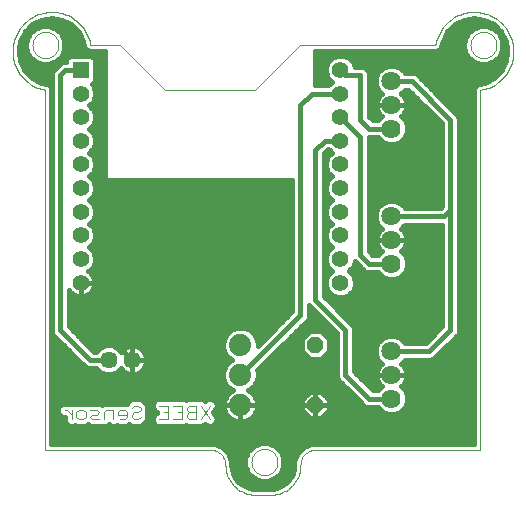
<source format=gbl>
G75*
G70*
%OFA0B0*%
%FSLAX24Y24*%
%IPPOS*%
%LPD*%
%AMOC8*
5,1,8,0,0,1.08239X$1,22.5*
%
%ADD10C,0.0040*%
%ADD11C,0.0000*%
%ADD12C,0.0560*%
%ADD13R,0.0560X0.0560*%
%ADD14OC8,0.0520*%
%ADD15C,0.0640*%
%ADD16C,0.0570*%
%ADD17C,0.0740*%
%ADD18C,0.0160*%
%ADD19C,0.0356*%
D10*
X002556Y003200D02*
X002556Y003507D01*
X002403Y003507D02*
X002556Y003353D01*
X002710Y003277D02*
X002710Y003430D01*
X002786Y003507D01*
X002940Y003507D01*
X003016Y003430D01*
X003016Y003277D01*
X002940Y003200D01*
X002786Y003200D01*
X002710Y003277D01*
X002403Y003507D02*
X002326Y003507D01*
X003170Y003507D02*
X003400Y003507D01*
X003477Y003430D01*
X003400Y003353D01*
X003247Y003353D01*
X003170Y003277D01*
X003247Y003200D01*
X003477Y003200D01*
X003630Y003200D02*
X003630Y003430D01*
X003707Y003507D01*
X003937Y003507D01*
X003937Y003200D01*
X004091Y003353D02*
X004398Y003353D01*
X004398Y003277D02*
X004398Y003430D01*
X004321Y003507D01*
X004167Y003507D01*
X004091Y003430D01*
X004091Y003353D01*
X004167Y003200D02*
X004321Y003200D01*
X004398Y003277D01*
X004551Y003277D02*
X004628Y003200D01*
X004781Y003200D01*
X004858Y003277D01*
X004781Y003430D02*
X004628Y003430D01*
X004551Y003353D01*
X004551Y003277D01*
X004781Y003430D02*
X004858Y003507D01*
X004858Y003584D01*
X004781Y003660D01*
X004628Y003660D01*
X004551Y003584D01*
X005472Y003660D02*
X005779Y003660D01*
X005779Y003200D01*
X005472Y003200D01*
X005625Y003430D02*
X005779Y003430D01*
X005932Y003200D02*
X006239Y003200D01*
X006239Y003660D01*
X005932Y003660D01*
X006086Y003430D02*
X006239Y003430D01*
X006393Y003353D02*
X006393Y003277D01*
X006469Y003200D01*
X006700Y003200D01*
X006700Y003660D01*
X006469Y003660D01*
X006393Y003584D01*
X006393Y003507D01*
X006469Y003430D01*
X006700Y003430D01*
X006469Y003430D02*
X006393Y003353D01*
X006853Y003200D02*
X007160Y003660D01*
X006853Y003660D02*
X007160Y003200D01*
D11*
X001680Y002180D02*
X001680Y014180D01*
X001680Y014181D02*
X001609Y014194D01*
X001540Y014212D01*
X001471Y014233D01*
X001404Y014257D01*
X001338Y014286D01*
X001274Y014318D01*
X001211Y014353D01*
X001151Y014392D01*
X001093Y014434D01*
X001037Y014480D01*
X000984Y014528D01*
X000934Y014579D01*
X000886Y014633D01*
X000842Y014689D01*
X000801Y014747D01*
X000762Y014808D01*
X000728Y014871D01*
X000697Y014936D01*
X000669Y015002D01*
X000645Y015069D01*
X000625Y015138D01*
X000609Y015208D01*
X000596Y015279D01*
X000588Y015350D01*
X000583Y015422D01*
X000582Y015493D01*
X000585Y015565D01*
X000592Y015636D01*
X000604Y015707D01*
X000618Y015777D01*
X000637Y015847D01*
X000660Y015915D01*
X000686Y015981D01*
X000716Y016047D01*
X000749Y016110D01*
X000786Y016172D01*
X000826Y016231D01*
X000869Y016288D01*
X000916Y016343D01*
X000965Y016395D01*
X001017Y016444D01*
X001072Y016491D01*
X001129Y016534D01*
X001188Y016574D01*
X001250Y016611D01*
X001313Y016644D01*
X001379Y016674D01*
X001445Y016700D01*
X001513Y016723D01*
X001583Y016742D01*
X001653Y016756D01*
X001724Y016768D01*
X001795Y016775D01*
X001867Y016778D01*
X001938Y016777D01*
X002010Y016772D01*
X002081Y016764D01*
X002152Y016751D01*
X002222Y016735D01*
X002291Y016715D01*
X002358Y016691D01*
X002424Y016663D01*
X002489Y016632D01*
X002552Y016598D01*
X002613Y016559D01*
X002671Y016518D01*
X002727Y016474D01*
X002781Y016426D01*
X002832Y016376D01*
X002880Y016323D01*
X002926Y016267D01*
X002968Y016209D01*
X003007Y016149D01*
X003042Y016086D01*
X003074Y016022D01*
X003103Y015956D01*
X003127Y015889D01*
X003148Y015820D01*
X003166Y015751D01*
X003179Y015680D01*
X003180Y015680D02*
X004180Y015680D01*
X005680Y014180D01*
X008680Y014180D01*
X010180Y015680D01*
X014680Y015680D01*
X014681Y015680D02*
X014694Y015751D01*
X014712Y015820D01*
X014733Y015889D01*
X014757Y015956D01*
X014786Y016022D01*
X014818Y016086D01*
X014853Y016149D01*
X014892Y016209D01*
X014934Y016267D01*
X014980Y016323D01*
X015028Y016376D01*
X015079Y016426D01*
X015133Y016474D01*
X015189Y016518D01*
X015247Y016559D01*
X015308Y016598D01*
X015371Y016632D01*
X015436Y016663D01*
X015502Y016691D01*
X015569Y016715D01*
X015638Y016735D01*
X015708Y016751D01*
X015779Y016764D01*
X015850Y016772D01*
X015922Y016777D01*
X015993Y016778D01*
X016065Y016775D01*
X016136Y016768D01*
X016207Y016756D01*
X016277Y016742D01*
X016347Y016723D01*
X016415Y016700D01*
X016481Y016674D01*
X016547Y016644D01*
X016610Y016611D01*
X016672Y016574D01*
X016731Y016534D01*
X016788Y016491D01*
X016843Y016444D01*
X016895Y016395D01*
X016944Y016343D01*
X016991Y016288D01*
X017034Y016231D01*
X017074Y016172D01*
X017111Y016110D01*
X017144Y016047D01*
X017174Y015981D01*
X017200Y015915D01*
X017223Y015847D01*
X017242Y015777D01*
X017256Y015707D01*
X017268Y015636D01*
X017275Y015565D01*
X017278Y015493D01*
X017277Y015422D01*
X017272Y015350D01*
X017264Y015279D01*
X017251Y015208D01*
X017235Y015138D01*
X017215Y015069D01*
X017191Y015002D01*
X017163Y014936D01*
X017132Y014871D01*
X017098Y014808D01*
X017059Y014747D01*
X017018Y014689D01*
X016974Y014633D01*
X016926Y014579D01*
X016876Y014528D01*
X016823Y014480D01*
X016767Y014434D01*
X016709Y014392D01*
X016649Y014353D01*
X016586Y014318D01*
X016522Y014286D01*
X016456Y014257D01*
X016389Y014233D01*
X016320Y014212D01*
X016251Y014194D01*
X016180Y014181D01*
X016180Y014180D02*
X016180Y002180D01*
X010680Y002180D01*
X010636Y002178D01*
X010593Y002172D01*
X010551Y002163D01*
X010509Y002150D01*
X010469Y002133D01*
X010430Y002113D01*
X010393Y002090D01*
X010359Y002063D01*
X010326Y002034D01*
X010297Y002001D01*
X010270Y001967D01*
X010247Y001930D01*
X010227Y001891D01*
X010210Y001851D01*
X010197Y001809D01*
X010188Y001767D01*
X010182Y001724D01*
X010180Y001680D01*
X010178Y001620D01*
X010173Y001559D01*
X010164Y001500D01*
X010151Y001441D01*
X010135Y001382D01*
X010115Y001325D01*
X010092Y001270D01*
X010065Y001215D01*
X010036Y001163D01*
X010003Y001112D01*
X009967Y001063D01*
X009929Y001017D01*
X009887Y000973D01*
X009843Y000931D01*
X009797Y000893D01*
X009748Y000857D01*
X009697Y000824D01*
X009645Y000795D01*
X009590Y000768D01*
X009535Y000745D01*
X009478Y000725D01*
X009419Y000709D01*
X009360Y000696D01*
X009301Y000687D01*
X009240Y000682D01*
X009180Y000680D01*
X008680Y000680D01*
X008620Y000682D01*
X008559Y000687D01*
X008500Y000696D01*
X008441Y000709D01*
X008382Y000725D01*
X008325Y000745D01*
X008270Y000768D01*
X008215Y000795D01*
X008163Y000824D01*
X008112Y000857D01*
X008063Y000893D01*
X008017Y000931D01*
X007973Y000973D01*
X007931Y001017D01*
X007893Y001063D01*
X007857Y001112D01*
X007824Y001163D01*
X007795Y001215D01*
X007768Y001270D01*
X007745Y001325D01*
X007725Y001382D01*
X007709Y001441D01*
X007696Y001500D01*
X007687Y001559D01*
X007682Y001620D01*
X007680Y001680D01*
X007678Y001724D01*
X007672Y001767D01*
X007663Y001809D01*
X007650Y001851D01*
X007633Y001891D01*
X007613Y001930D01*
X007590Y001967D01*
X007563Y002001D01*
X007534Y002034D01*
X007501Y002063D01*
X007467Y002090D01*
X007430Y002113D01*
X007391Y002133D01*
X007351Y002150D01*
X007309Y002163D01*
X007267Y002172D01*
X007224Y002178D01*
X007180Y002180D01*
X001680Y002180D01*
X008547Y001780D02*
X008549Y001821D01*
X008555Y001862D01*
X008565Y001902D01*
X008578Y001941D01*
X008595Y001978D01*
X008616Y002014D01*
X008640Y002048D01*
X008667Y002079D01*
X008696Y002107D01*
X008729Y002133D01*
X008763Y002155D01*
X008800Y002174D01*
X008838Y002189D01*
X008878Y002201D01*
X008918Y002209D01*
X008959Y002213D01*
X009001Y002213D01*
X009042Y002209D01*
X009082Y002201D01*
X009122Y002189D01*
X009160Y002174D01*
X009196Y002155D01*
X009231Y002133D01*
X009264Y002107D01*
X009293Y002079D01*
X009320Y002048D01*
X009344Y002014D01*
X009365Y001978D01*
X009382Y001941D01*
X009395Y001902D01*
X009405Y001862D01*
X009411Y001821D01*
X009413Y001780D01*
X009411Y001739D01*
X009405Y001698D01*
X009395Y001658D01*
X009382Y001619D01*
X009365Y001582D01*
X009344Y001546D01*
X009320Y001512D01*
X009293Y001481D01*
X009264Y001453D01*
X009231Y001427D01*
X009197Y001405D01*
X009160Y001386D01*
X009122Y001371D01*
X009082Y001359D01*
X009042Y001351D01*
X009001Y001347D01*
X008959Y001347D01*
X008918Y001351D01*
X008878Y001359D01*
X008838Y001371D01*
X008800Y001386D01*
X008764Y001405D01*
X008729Y001427D01*
X008696Y001453D01*
X008667Y001481D01*
X008640Y001512D01*
X008616Y001546D01*
X008595Y001582D01*
X008578Y001619D01*
X008565Y001658D01*
X008555Y001698D01*
X008549Y001739D01*
X008547Y001780D01*
X001247Y015680D02*
X001249Y015721D01*
X001255Y015762D01*
X001265Y015802D01*
X001278Y015841D01*
X001295Y015878D01*
X001316Y015914D01*
X001340Y015948D01*
X001367Y015979D01*
X001396Y016007D01*
X001429Y016033D01*
X001463Y016055D01*
X001500Y016074D01*
X001538Y016089D01*
X001578Y016101D01*
X001618Y016109D01*
X001659Y016113D01*
X001701Y016113D01*
X001742Y016109D01*
X001782Y016101D01*
X001822Y016089D01*
X001860Y016074D01*
X001896Y016055D01*
X001931Y016033D01*
X001964Y016007D01*
X001993Y015979D01*
X002020Y015948D01*
X002044Y015914D01*
X002065Y015878D01*
X002082Y015841D01*
X002095Y015802D01*
X002105Y015762D01*
X002111Y015721D01*
X002113Y015680D01*
X002111Y015639D01*
X002105Y015598D01*
X002095Y015558D01*
X002082Y015519D01*
X002065Y015482D01*
X002044Y015446D01*
X002020Y015412D01*
X001993Y015381D01*
X001964Y015353D01*
X001931Y015327D01*
X001897Y015305D01*
X001860Y015286D01*
X001822Y015271D01*
X001782Y015259D01*
X001742Y015251D01*
X001701Y015247D01*
X001659Y015247D01*
X001618Y015251D01*
X001578Y015259D01*
X001538Y015271D01*
X001500Y015286D01*
X001464Y015305D01*
X001429Y015327D01*
X001396Y015353D01*
X001367Y015381D01*
X001340Y015412D01*
X001316Y015446D01*
X001295Y015482D01*
X001278Y015519D01*
X001265Y015558D01*
X001255Y015598D01*
X001249Y015639D01*
X001247Y015680D01*
X015847Y015680D02*
X015849Y015721D01*
X015855Y015762D01*
X015865Y015802D01*
X015878Y015841D01*
X015895Y015878D01*
X015916Y015914D01*
X015940Y015948D01*
X015967Y015979D01*
X015996Y016007D01*
X016029Y016033D01*
X016063Y016055D01*
X016100Y016074D01*
X016138Y016089D01*
X016178Y016101D01*
X016218Y016109D01*
X016259Y016113D01*
X016301Y016113D01*
X016342Y016109D01*
X016382Y016101D01*
X016422Y016089D01*
X016460Y016074D01*
X016496Y016055D01*
X016531Y016033D01*
X016564Y016007D01*
X016593Y015979D01*
X016620Y015948D01*
X016644Y015914D01*
X016665Y015878D01*
X016682Y015841D01*
X016695Y015802D01*
X016705Y015762D01*
X016711Y015721D01*
X016713Y015680D01*
X016711Y015639D01*
X016705Y015598D01*
X016695Y015558D01*
X016682Y015519D01*
X016665Y015482D01*
X016644Y015446D01*
X016620Y015412D01*
X016593Y015381D01*
X016564Y015353D01*
X016531Y015327D01*
X016497Y015305D01*
X016460Y015286D01*
X016422Y015271D01*
X016382Y015259D01*
X016342Y015251D01*
X016301Y015247D01*
X016259Y015247D01*
X016218Y015251D01*
X016178Y015259D01*
X016138Y015271D01*
X016100Y015286D01*
X016064Y015305D01*
X016029Y015327D01*
X015996Y015353D01*
X015967Y015381D01*
X015940Y015412D01*
X015916Y015446D01*
X015895Y015482D01*
X015878Y015519D01*
X015865Y015558D01*
X015855Y015598D01*
X015849Y015639D01*
X015847Y015680D01*
D12*
X011511Y014845D03*
X011511Y014058D03*
X011511Y013271D03*
X011511Y012483D03*
X011511Y011696D03*
X011511Y010908D03*
X011511Y010121D03*
X011511Y009334D03*
X011511Y008546D03*
X011511Y007759D03*
X002849Y007759D03*
X002849Y008546D03*
X002849Y009334D03*
X002849Y010121D03*
X002849Y010908D03*
X002849Y011696D03*
X002849Y012483D03*
X002849Y013271D03*
X002849Y014058D03*
D13*
X002849Y014845D03*
D14*
X010680Y005680D03*
X010680Y003680D03*
D15*
X013211Y003893D03*
X013211Y004680D03*
X013211Y005467D03*
X013211Y008393D03*
X013211Y009180D03*
X013211Y009967D03*
X013211Y012893D03*
X013211Y013680D03*
X013211Y014467D03*
D16*
X004574Y005180D03*
X003786Y005180D03*
D17*
X008180Y004680D03*
X008180Y003680D03*
X008180Y005680D03*
D18*
X007836Y006143D02*
X002613Y006143D01*
X002460Y006296D02*
X002460Y007512D01*
X002498Y007459D01*
X002550Y007408D01*
X002608Y007365D01*
X002673Y007332D01*
X002742Y007310D01*
X002813Y007299D01*
X002849Y007299D01*
X002849Y007759D01*
X002849Y006904D01*
X004574Y005180D01*
X005039Y005180D01*
X005039Y005217D01*
X005027Y005289D01*
X005005Y005358D01*
X004971Y005424D01*
X004928Y005483D01*
X004877Y005535D01*
X004817Y005578D01*
X004752Y005611D01*
X004683Y005634D01*
X004610Y005645D01*
X004574Y005645D01*
X004574Y005180D01*
X004574Y005180D01*
X005039Y005180D01*
X005039Y005143D01*
X005027Y005071D01*
X005005Y005002D01*
X004971Y004936D01*
X004928Y004877D01*
X004877Y004825D01*
X004817Y004782D01*
X004752Y004749D01*
X004683Y004726D01*
X004610Y004715D01*
X004574Y004715D01*
X004574Y005180D01*
X004574Y005180D01*
X004574Y005180D01*
X004574Y005645D01*
X004537Y005645D01*
X004465Y005634D01*
X004395Y005611D01*
X004330Y005578D01*
X004271Y005535D01*
X004219Y005483D01*
X004198Y005454D01*
X004197Y005455D01*
X004061Y005591D01*
X003883Y005665D01*
X003690Y005665D01*
X003512Y005591D01*
X003380Y005460D01*
X003296Y005460D01*
X002460Y006296D01*
X002460Y006301D02*
X009405Y006301D01*
X009247Y006143D02*
X008524Y006143D01*
X008503Y006163D02*
X008663Y006003D01*
X008750Y005793D01*
X008750Y005646D01*
X009900Y006796D01*
X009900Y011180D01*
X003680Y011180D01*
X003680Y015480D01*
X003196Y015480D01*
X003130Y015469D01*
X003115Y015480D01*
X003097Y015480D01*
X003050Y015527D01*
X002996Y015566D01*
X002993Y015584D01*
X002980Y015597D01*
X002980Y015659D01*
X002941Y015816D01*
X002783Y016124D01*
X002538Y016368D01*
X002230Y016524D01*
X001888Y016578D01*
X001546Y016524D01*
X001238Y016366D01*
X000994Y016122D01*
X000836Y015814D01*
X000782Y015472D01*
X000836Y015130D01*
X000992Y014822D01*
X001236Y014577D01*
X001543Y014419D01*
X001701Y014380D01*
X001763Y014380D01*
X001776Y014367D01*
X001794Y014364D01*
X001833Y014310D01*
X001880Y014263D01*
X001880Y014245D01*
X001891Y014230D01*
X001880Y014164D01*
X001880Y002380D01*
X007319Y002380D01*
X007577Y002273D01*
X007577Y002273D01*
X007773Y002077D01*
X007773Y002077D01*
X007880Y001819D01*
X007880Y001680D01*
X007890Y001555D01*
X007967Y001317D01*
X008114Y001114D01*
X008317Y000967D01*
X008555Y000890D01*
X008680Y000880D01*
X009180Y000880D01*
X009305Y000890D01*
X009543Y000967D01*
X009746Y001114D01*
X009893Y001317D01*
X009970Y001555D01*
X009980Y001680D01*
X009980Y001819D01*
X010087Y002077D01*
X010283Y002273D01*
X010283Y002273D01*
X010541Y002380D01*
X015980Y002380D01*
X015980Y014164D01*
X015969Y014230D01*
X015980Y014245D01*
X015980Y014263D01*
X016027Y014310D01*
X016066Y014364D01*
X016084Y014367D01*
X016097Y014380D01*
X016159Y014380D01*
X016316Y014419D01*
X016624Y014577D01*
X016868Y014822D01*
X017024Y015130D01*
X017078Y015472D01*
X017024Y015814D01*
X016866Y016122D01*
X016622Y016366D01*
X016314Y016524D01*
X015972Y016578D01*
X015630Y016524D01*
X015322Y016368D01*
X015077Y016124D01*
X014919Y015817D01*
X014880Y015659D01*
X014880Y015597D01*
X014867Y015584D01*
X014864Y015566D01*
X014810Y015527D01*
X014763Y015480D01*
X014745Y015480D01*
X014730Y015469D01*
X014664Y015480D01*
X010680Y015480D01*
X010680Y014338D01*
X011112Y014338D01*
X011226Y014452D01*
X011104Y014573D01*
X011031Y014750D01*
X011031Y014941D01*
X011104Y015117D01*
X011239Y015252D01*
X011415Y015325D01*
X011606Y015325D01*
X011783Y015252D01*
X011918Y015117D01*
X011983Y014960D01*
X012236Y014960D01*
X012339Y014917D01*
X012417Y014839D01*
X012460Y014736D01*
X012460Y013296D01*
X012583Y013173D01*
X012765Y013173D01*
X012771Y013187D01*
X012884Y013300D01*
X012830Y013354D01*
X012784Y013418D01*
X012748Y013488D01*
X012724Y013563D01*
X012711Y013641D01*
X012711Y013680D01*
X013211Y013680D01*
X013211Y013680D01*
X012711Y013680D01*
X012711Y013719D01*
X012724Y013797D01*
X012748Y013872D01*
X012784Y013942D01*
X012830Y014006D01*
X012884Y014060D01*
X012771Y014173D01*
X012691Y014364D01*
X012691Y014571D01*
X012771Y014762D01*
X012917Y014908D01*
X013108Y014987D01*
X013315Y014987D01*
X013506Y014908D01*
X013652Y014762D01*
X013658Y014747D01*
X013948Y014747D01*
X014051Y014705D01*
X015339Y013417D01*
X015417Y013339D01*
X015460Y013236D01*
X015460Y006124D01*
X015417Y006021D01*
X014705Y005309D01*
X014626Y005230D01*
X014523Y005187D01*
X013658Y005187D01*
X013652Y005173D01*
X013539Y005060D01*
X013593Y005006D01*
X013639Y004942D01*
X013675Y004872D01*
X013699Y004797D01*
X013711Y004719D01*
X013711Y004680D01*
X013212Y004680D01*
X013711Y004680D01*
X013711Y004641D01*
X013699Y004563D01*
X013675Y004488D01*
X013639Y004418D01*
X013593Y004354D01*
X013539Y004300D01*
X013652Y004187D01*
X013731Y003996D01*
X013731Y003789D01*
X013652Y003598D01*
X013506Y003452D01*
X013315Y003373D01*
X013108Y003373D01*
X012917Y003452D01*
X012771Y003598D01*
X012765Y003613D01*
X012412Y003613D01*
X012309Y003655D01*
X012021Y003943D01*
X012021Y003943D01*
X011443Y004521D01*
X011400Y004624D01*
X011400Y006064D01*
X010460Y007004D01*
X010460Y006624D01*
X010417Y006521D01*
X008732Y004836D01*
X008750Y004793D01*
X008750Y004567D01*
X008663Y004357D01*
X008503Y004197D01*
X008434Y004168D01*
X008468Y004150D01*
X008538Y004100D01*
X008600Y004038D01*
X008650Y003968D01*
X008690Y003891D01*
X008716Y003809D01*
X008730Y003723D01*
X008730Y003680D01*
X008180Y003680D01*
X008180Y003680D01*
X008730Y003680D01*
X008730Y003637D01*
X008716Y003551D01*
X008690Y003469D01*
X008650Y003392D01*
X008600Y003322D01*
X008538Y003260D01*
X008468Y003210D01*
X008391Y003170D01*
X008309Y003144D01*
X008223Y003130D01*
X008180Y003130D01*
X008180Y003680D01*
X008180Y003680D01*
X008180Y003680D01*
X007630Y003680D01*
X007630Y003723D01*
X007644Y003809D01*
X007670Y003891D01*
X007710Y003968D01*
X007760Y004038D01*
X007822Y004100D01*
X007892Y004150D01*
X007926Y004168D01*
X007857Y004197D01*
X007697Y004357D01*
X007610Y004567D01*
X007610Y004793D01*
X007697Y005003D01*
X007857Y005163D01*
X007898Y005180D01*
X007857Y005197D01*
X007697Y005357D01*
X007610Y005567D01*
X007610Y005793D01*
X007697Y006003D01*
X007857Y006163D01*
X008067Y006250D01*
X008293Y006250D01*
X008503Y006163D01*
X008671Y005984D02*
X009088Y005984D01*
X008930Y005826D02*
X008737Y005826D01*
X008750Y005667D02*
X008771Y005667D01*
X009246Y005350D02*
X010359Y005350D01*
X010489Y005220D02*
X010220Y005489D01*
X010220Y005871D01*
X010489Y006140D01*
X010871Y006140D01*
X011140Y005871D01*
X011140Y005489D01*
X010871Y005220D01*
X010489Y005220D01*
X010220Y005509D02*
X009404Y005509D01*
X009563Y005667D02*
X010220Y005667D01*
X010220Y005826D02*
X009721Y005826D01*
X009880Y005984D02*
X010333Y005984D01*
X010197Y006301D02*
X011163Y006301D01*
X011005Y006460D02*
X010355Y006460D01*
X010457Y006618D02*
X010846Y006618D01*
X010688Y006777D02*
X010460Y006777D01*
X010460Y006935D02*
X010529Y006935D01*
X010680Y007180D02*
X011680Y006180D01*
X011680Y004680D01*
X012180Y004180D01*
X012467Y003893D01*
X013211Y003893D01*
X013696Y004082D02*
X015980Y004082D01*
X015980Y003924D02*
X013731Y003924D01*
X013721Y003765D02*
X015980Y003765D01*
X015980Y003607D02*
X013656Y003607D01*
X013497Y003448D02*
X015980Y003448D01*
X015980Y003290D02*
X010912Y003290D01*
X010862Y003240D02*
X010680Y003240D01*
X010680Y003680D01*
X010680Y003680D01*
X010680Y004120D01*
X010862Y004120D01*
X011120Y003862D01*
X011120Y003680D01*
X010680Y003680D01*
X010680Y003680D01*
X010680Y003680D01*
X010240Y003680D01*
X010240Y003862D01*
X010498Y004120D01*
X010680Y004120D01*
X010680Y003680D01*
X011120Y003680D01*
X011120Y003498D01*
X010862Y003240D01*
X010680Y003240D02*
X010680Y003680D01*
X010680Y003680D01*
X010240Y003680D01*
X010240Y003498D01*
X010498Y003240D01*
X010680Y003240D01*
X010680Y003290D02*
X010680Y003290D01*
X010680Y003448D02*
X010680Y003448D01*
X010680Y003607D02*
X010680Y003607D01*
X010680Y003765D02*
X010680Y003765D01*
X010680Y003924D02*
X010680Y003924D01*
X010680Y004082D02*
X010680Y004082D01*
X010900Y004082D02*
X011882Y004082D01*
X011724Y004241D02*
X008547Y004241D01*
X008556Y004082D02*
X010460Y004082D01*
X010301Y003924D02*
X008673Y003924D01*
X008723Y003765D02*
X010240Y003765D01*
X010240Y003607D02*
X008725Y003607D01*
X008679Y003448D02*
X010290Y003448D01*
X010448Y003290D02*
X008567Y003290D01*
X008230Y003131D02*
X015980Y003131D01*
X015980Y002973D02*
X007215Y002973D01*
X007206Y002966D02*
X007358Y003067D01*
X007394Y003246D01*
X007271Y003430D01*
X007394Y003614D01*
X007358Y003793D01*
X007206Y003894D01*
X007027Y003858D01*
X007007Y003827D01*
X006986Y003858D01*
X006807Y003894D01*
X006786Y003880D01*
X006378Y003880D01*
X006354Y003856D01*
X006330Y003880D01*
X005381Y003880D01*
X005252Y003752D01*
X005252Y003569D01*
X005381Y003440D01*
X005405Y003440D01*
X005405Y003420D01*
X005381Y003420D01*
X005252Y003291D01*
X005252Y003109D01*
X005381Y002980D01*
X006330Y002980D01*
X006354Y003004D01*
X006378Y002980D01*
X006378Y002980D01*
X006378Y002980D01*
X006468Y002980D01*
X006786Y002980D01*
X006807Y002966D01*
X006986Y003002D01*
X007007Y003034D01*
X007027Y003002D01*
X007206Y002966D01*
X007176Y002973D02*
X006837Y002973D01*
X006798Y002973D02*
X001880Y002973D01*
X001880Y003131D02*
X002336Y003131D01*
X002336Y003109D02*
X002465Y002980D01*
X002647Y002980D01*
X002671Y003004D01*
X002695Y002980D01*
X002695Y002980D01*
X002695Y002980D01*
X002787Y002980D01*
X003031Y002980D01*
X003093Y003042D01*
X003156Y002980D01*
X003248Y002980D01*
X003721Y002980D01*
X003784Y003042D01*
X003846Y002980D01*
X004028Y002980D01*
X004052Y003004D01*
X004076Y002980D01*
X004412Y002980D01*
X004474Y003042D01*
X004537Y002980D01*
X004627Y002980D01*
X004872Y002980D01*
X005078Y003186D01*
X005078Y003368D01*
X005054Y003392D01*
X005078Y003416D01*
X005078Y003508D01*
X005078Y003585D01*
X005078Y003675D01*
X005001Y003752D01*
X004874Y003879D01*
X004872Y003880D01*
X004782Y003880D01*
X004690Y003880D01*
X004537Y003880D01*
X004408Y003752D01*
X004383Y003727D01*
X004320Y003727D01*
X004230Y003727D01*
X004230Y003727D01*
X004076Y003727D01*
X004052Y003703D01*
X004028Y003727D01*
X003616Y003727D01*
X003554Y003665D01*
X003491Y003727D01*
X003399Y003727D01*
X003309Y003727D01*
X003309Y003727D01*
X003079Y003727D01*
X003055Y003703D01*
X003032Y003725D01*
X003031Y003727D01*
X003031Y003727D01*
X002941Y003727D01*
X002849Y003727D01*
X002849Y003727D01*
X002695Y003727D01*
X002671Y003703D01*
X002647Y003727D01*
X002235Y003727D01*
X002106Y003598D01*
X002106Y003416D01*
X002235Y003287D01*
X002311Y003287D01*
X002336Y003262D01*
X002336Y003109D01*
X002232Y003290D02*
X001880Y003290D01*
X001880Y003448D02*
X002106Y003448D01*
X002114Y003607D02*
X001880Y003607D01*
X001880Y003765D02*
X004421Y003765D01*
X004690Y003880D02*
X004690Y003880D01*
X004872Y003880D02*
X004872Y003880D01*
X004988Y003765D02*
X005265Y003765D01*
X005252Y003607D02*
X005078Y003607D01*
X005078Y003675D02*
X005078Y003675D01*
X005078Y003675D01*
X005001Y003752D02*
X005001Y003752D01*
X005078Y003448D02*
X005373Y003448D01*
X005252Y003290D02*
X005078Y003290D01*
X005078Y003416D02*
X005078Y003416D01*
X005078Y003416D01*
X005023Y003131D02*
X005252Y003131D01*
X004537Y002980D02*
X004537Y002980D01*
X004537Y002980D01*
X003156Y002980D02*
X003156Y002980D01*
X003156Y002980D01*
X001880Y002814D02*
X015980Y002814D01*
X015980Y002656D02*
X001880Y002656D01*
X001880Y002497D02*
X015980Y002497D01*
X015980Y004241D02*
X013599Y004241D01*
X013625Y004399D02*
X015980Y004399D01*
X015980Y004558D02*
X013697Y004558D01*
X013711Y004716D02*
X015980Y004716D01*
X015980Y004875D02*
X013674Y004875D01*
X013566Y005033D02*
X015980Y005033D01*
X015980Y005192D02*
X014533Y005192D01*
X014746Y005350D02*
X015980Y005350D01*
X015980Y005509D02*
X014904Y005509D01*
X015063Y005667D02*
X015980Y005667D01*
X015980Y005826D02*
X015221Y005826D01*
X015380Y005984D02*
X015980Y005984D01*
X015980Y006143D02*
X015460Y006143D01*
X015460Y006301D02*
X015980Y006301D01*
X015980Y006460D02*
X015460Y006460D01*
X015460Y006618D02*
X015980Y006618D01*
X015980Y006777D02*
X015460Y006777D01*
X015460Y006935D02*
X015980Y006935D01*
X015980Y007094D02*
X015460Y007094D01*
X015460Y007252D02*
X015980Y007252D01*
X015980Y007411D02*
X015460Y007411D01*
X015460Y007569D02*
X015980Y007569D01*
X015980Y007728D02*
X015460Y007728D01*
X015460Y007886D02*
X015980Y007886D01*
X015980Y008045D02*
X015460Y008045D01*
X015460Y008203D02*
X015980Y008203D01*
X015980Y008362D02*
X015460Y008362D01*
X015460Y008520D02*
X015980Y008520D01*
X015980Y008679D02*
X015460Y008679D01*
X015460Y008837D02*
X015980Y008837D01*
X015980Y008996D02*
X015460Y008996D01*
X015460Y009154D02*
X015980Y009154D01*
X015980Y009313D02*
X015460Y009313D01*
X015460Y009471D02*
X015980Y009471D01*
X015980Y009630D02*
X015460Y009630D01*
X015460Y009788D02*
X015980Y009788D01*
X015980Y009947D02*
X015460Y009947D01*
X015460Y010105D02*
X015980Y010105D01*
X015980Y010264D02*
X015460Y010264D01*
X015460Y010422D02*
X015980Y010422D01*
X015980Y010581D02*
X015460Y010581D01*
X015460Y010739D02*
X015980Y010739D01*
X015980Y010898D02*
X015460Y010898D01*
X015460Y011056D02*
X015980Y011056D01*
X015980Y011215D02*
X015460Y011215D01*
X015460Y011373D02*
X015980Y011373D01*
X015980Y011532D02*
X015460Y011532D01*
X015460Y011690D02*
X015980Y011690D01*
X015980Y011849D02*
X015460Y011849D01*
X015460Y012007D02*
X015980Y012007D01*
X015980Y012166D02*
X015460Y012166D01*
X015460Y012324D02*
X015980Y012324D01*
X015980Y012483D02*
X015460Y012483D01*
X015460Y012641D02*
X015980Y012641D01*
X015980Y012800D02*
X015460Y012800D01*
X015460Y012958D02*
X015980Y012958D01*
X015980Y013117D02*
X015460Y013117D01*
X015444Y013275D02*
X015980Y013275D01*
X015980Y013434D02*
X015322Y013434D01*
X015164Y013592D02*
X015980Y013592D01*
X015980Y013751D02*
X015005Y013751D01*
X014847Y013909D02*
X015980Y013909D01*
X015980Y014068D02*
X014688Y014068D01*
X014530Y014226D02*
X015970Y014226D01*
X016177Y014385D02*
X014371Y014385D01*
X014213Y014543D02*
X016559Y014543D01*
X016748Y014702D02*
X014054Y014702D01*
X013893Y014467D02*
X015180Y013180D01*
X015180Y011180D01*
X015180Y010180D01*
X014967Y009967D01*
X013211Y009967D01*
X013609Y009630D02*
X014900Y009630D01*
X014900Y009687D02*
X014900Y006296D01*
X014351Y005747D01*
X013658Y005747D01*
X013652Y005762D01*
X013506Y005908D01*
X013315Y005987D01*
X013108Y005987D01*
X012917Y005908D01*
X012771Y005762D01*
X012691Y005571D01*
X012691Y005364D01*
X012771Y005173D01*
X012884Y005060D01*
X012830Y005006D01*
X012784Y004942D01*
X012748Y004872D01*
X012724Y004797D01*
X012711Y004719D01*
X012711Y004680D01*
X012711Y004641D01*
X012724Y004563D01*
X012748Y004488D01*
X012784Y004418D01*
X012830Y004354D01*
X012884Y004300D01*
X012771Y004187D01*
X012765Y004173D01*
X012583Y004173D01*
X012417Y004339D01*
X011960Y004796D01*
X011960Y006236D01*
X011917Y006339D01*
X011839Y006417D01*
X010960Y007296D01*
X010960Y012064D01*
X011099Y012203D01*
X011112Y012203D01*
X011226Y012089D01*
X011104Y011968D01*
X011031Y011791D01*
X011031Y011600D01*
X011104Y011424D01*
X011226Y011302D01*
X011104Y011180D01*
X011031Y011004D01*
X011031Y010813D01*
X011104Y010636D01*
X011226Y010515D01*
X011104Y010393D01*
X011031Y010216D01*
X011031Y010025D01*
X011104Y009849D01*
X011226Y009727D01*
X011104Y009605D01*
X011031Y009429D01*
X011031Y009238D01*
X011104Y009062D01*
X011226Y008940D01*
X011104Y008818D01*
X011031Y008642D01*
X011031Y008451D01*
X011104Y008274D01*
X011226Y008152D01*
X011104Y008031D01*
X011031Y007854D01*
X011031Y007663D01*
X011104Y007487D01*
X011239Y007352D01*
X011415Y007279D01*
X011606Y007279D01*
X011783Y007352D01*
X011918Y007487D01*
X011991Y007663D01*
X011991Y007854D01*
X011918Y008031D01*
X011796Y008152D01*
X011918Y008274D01*
X011991Y008451D01*
X011991Y008473D01*
X012021Y008443D01*
X012309Y008155D01*
X012412Y008113D01*
X012765Y008113D01*
X012771Y008098D01*
X012917Y007952D01*
X013108Y007873D01*
X013315Y007873D01*
X013506Y007952D01*
X013652Y008098D01*
X013731Y008289D01*
X013731Y008496D01*
X013652Y008687D01*
X013539Y008800D01*
X013593Y008854D01*
X013639Y008918D01*
X013675Y008988D01*
X013699Y009063D01*
X013711Y009141D01*
X013711Y009180D01*
X013212Y009180D01*
X013711Y009180D01*
X013711Y009219D01*
X013699Y009297D01*
X013675Y009372D01*
X013639Y009442D01*
X013593Y009506D01*
X013539Y009560D01*
X013652Y009673D01*
X013658Y009687D01*
X014900Y009687D01*
X014900Y009471D02*
X013618Y009471D01*
X013694Y009313D02*
X014900Y009313D01*
X014900Y009154D02*
X013711Y009154D01*
X013677Y008996D02*
X014900Y008996D01*
X014900Y008837D02*
X013576Y008837D01*
X013656Y008679D02*
X014900Y008679D01*
X014900Y008520D02*
X013722Y008520D01*
X013731Y008362D02*
X014900Y008362D01*
X014900Y008203D02*
X013696Y008203D01*
X013599Y008045D02*
X014900Y008045D01*
X014900Y007886D02*
X013347Y007886D01*
X013076Y007886D02*
X011978Y007886D01*
X011991Y007728D02*
X014900Y007728D01*
X014900Y007569D02*
X011952Y007569D01*
X011841Y007411D02*
X014900Y007411D01*
X014900Y007252D02*
X011004Y007252D01*
X010960Y007411D02*
X011180Y007411D01*
X011070Y007569D02*
X010960Y007569D01*
X010960Y007728D02*
X011031Y007728D01*
X011044Y007886D02*
X010960Y007886D01*
X010960Y008045D02*
X011118Y008045D01*
X011175Y008203D02*
X010960Y008203D01*
X010960Y008362D02*
X011068Y008362D01*
X011031Y008520D02*
X010960Y008520D01*
X010960Y008679D02*
X011046Y008679D01*
X011123Y008837D02*
X010960Y008837D01*
X010960Y008996D02*
X011170Y008996D01*
X011066Y009154D02*
X010960Y009154D01*
X010960Y009313D02*
X011031Y009313D01*
X011048Y009471D02*
X010960Y009471D01*
X010960Y009630D02*
X011128Y009630D01*
X011165Y009788D02*
X010960Y009788D01*
X010960Y009947D02*
X011063Y009947D01*
X011031Y010105D02*
X010960Y010105D01*
X010960Y010264D02*
X011050Y010264D01*
X011133Y010422D02*
X010960Y010422D01*
X010960Y010581D02*
X011160Y010581D01*
X011061Y010739D02*
X010960Y010739D01*
X010960Y010898D02*
X011031Y010898D01*
X011052Y011056D02*
X010960Y011056D01*
X010960Y011215D02*
X011138Y011215D01*
X011155Y011373D02*
X010960Y011373D01*
X010960Y011532D02*
X011059Y011532D01*
X011031Y011690D02*
X010960Y011690D01*
X010960Y011849D02*
X011054Y011849D01*
X011143Y012007D02*
X010960Y012007D01*
X011061Y012166D02*
X011150Y012166D01*
X010983Y012483D02*
X010680Y012180D01*
X010680Y007180D01*
X011162Y007094D02*
X014900Y007094D01*
X014900Y006935D02*
X011321Y006935D01*
X011479Y006777D02*
X014900Y006777D01*
X014900Y006618D02*
X011638Y006618D01*
X011796Y006460D02*
X014900Y006460D01*
X014900Y006301D02*
X011933Y006301D01*
X011960Y006143D02*
X014747Y006143D01*
X014588Y005984D02*
X013323Y005984D01*
X013100Y005984D02*
X011960Y005984D01*
X011960Y005826D02*
X012834Y005826D01*
X012731Y005667D02*
X011960Y005667D01*
X011960Y005509D02*
X012691Y005509D01*
X012697Y005350D02*
X011960Y005350D01*
X011960Y005192D02*
X012763Y005192D01*
X012857Y005033D02*
X011960Y005033D01*
X011960Y004875D02*
X012749Y004875D01*
X012711Y004716D02*
X012040Y004716D01*
X012198Y004558D02*
X012726Y004558D01*
X012711Y004680D02*
X013211Y004680D01*
X013211Y004680D01*
X012711Y004680D01*
X012798Y004399D02*
X012357Y004399D01*
X012417Y004339D02*
X012417Y004339D01*
X012515Y004241D02*
X012824Y004241D01*
X013212Y004680D02*
X013212Y004680D01*
X013211Y005467D02*
X014467Y005467D01*
X015180Y006180D01*
X015180Y010180D01*
X014900Y010296D02*
X014851Y010247D01*
X013658Y010247D01*
X013652Y010262D01*
X013506Y010408D01*
X013315Y010487D01*
X013108Y010487D01*
X012917Y010408D01*
X012771Y010262D01*
X012691Y010071D01*
X012691Y009864D01*
X012771Y009673D01*
X012884Y009560D01*
X012830Y009506D01*
X012784Y009442D01*
X012748Y009372D01*
X012724Y009297D01*
X012711Y009219D01*
X012711Y009180D01*
X012711Y009141D01*
X012724Y009063D01*
X012748Y008988D01*
X012784Y008918D01*
X012830Y008854D01*
X012884Y008800D01*
X012771Y008687D01*
X012765Y008673D01*
X012583Y008673D01*
X012460Y008796D01*
X012460Y012613D01*
X012765Y012613D01*
X012771Y012598D01*
X012917Y012452D01*
X013108Y012373D01*
X013315Y012373D01*
X013506Y012452D01*
X013652Y012598D01*
X013731Y012789D01*
X013731Y012996D01*
X013652Y013187D01*
X013539Y013300D01*
X013593Y013354D01*
X013639Y013418D01*
X013675Y013488D01*
X013699Y013563D01*
X013711Y013641D01*
X013711Y013680D01*
X013212Y013680D01*
X013711Y013680D01*
X013711Y013719D01*
X013699Y013797D01*
X013675Y013872D01*
X013639Y013942D01*
X013593Y014006D01*
X013539Y014060D01*
X013652Y014173D01*
X013658Y014187D01*
X013777Y014187D01*
X014900Y013064D01*
X014900Y010296D01*
X014868Y010264D02*
X013651Y010264D01*
X013473Y010422D02*
X014900Y010422D01*
X014900Y010581D02*
X012460Y010581D01*
X012460Y010739D02*
X014900Y010739D01*
X014900Y010898D02*
X012460Y010898D01*
X012460Y011056D02*
X014900Y011056D01*
X014900Y011215D02*
X012460Y011215D01*
X012460Y011373D02*
X014900Y011373D01*
X014900Y011532D02*
X012460Y011532D01*
X012460Y011690D02*
X014900Y011690D01*
X014900Y011849D02*
X012460Y011849D01*
X012460Y012007D02*
X014900Y012007D01*
X014900Y012166D02*
X012460Y012166D01*
X012460Y012324D02*
X014900Y012324D01*
X014900Y012483D02*
X013537Y012483D01*
X013670Y012641D02*
X014900Y012641D01*
X014900Y012800D02*
X013731Y012800D01*
X013731Y012958D02*
X014900Y012958D01*
X014848Y013117D02*
X013682Y013117D01*
X013564Y013275D02*
X014689Y013275D01*
X014531Y013434D02*
X013647Y013434D01*
X013704Y013592D02*
X014372Y013592D01*
X014214Y013751D02*
X013707Y013751D01*
X013656Y013909D02*
X014055Y013909D01*
X013897Y014068D02*
X013547Y014068D01*
X013212Y013680D02*
X013212Y013680D01*
X012876Y014068D02*
X012460Y014068D01*
X012460Y014226D02*
X012749Y014226D01*
X012691Y014385D02*
X012460Y014385D01*
X012460Y014543D02*
X012691Y014543D01*
X012746Y014702D02*
X012460Y014702D01*
X012396Y014860D02*
X012869Y014860D01*
X013211Y014467D02*
X013893Y014467D01*
X013554Y014860D02*
X016887Y014860D01*
X016968Y015019D02*
X011959Y015019D01*
X011858Y015177D02*
X015888Y015177D01*
X015921Y015143D02*
X016154Y015047D01*
X016406Y015047D01*
X016639Y015143D01*
X016817Y015321D01*
X016913Y015554D01*
X016913Y015806D01*
X016817Y016039D01*
X016639Y016217D01*
X016406Y016313D01*
X016154Y016313D01*
X015921Y016217D01*
X015743Y016039D01*
X015647Y015806D01*
X015647Y015554D01*
X015743Y015321D01*
X015921Y015143D01*
X015737Y015336D02*
X010680Y015336D01*
X010680Y015177D02*
X011164Y015177D01*
X011063Y015019D02*
X010680Y015019D01*
X010680Y014860D02*
X011031Y014860D01*
X011051Y014702D02*
X010680Y014702D01*
X010680Y014543D02*
X011134Y014543D01*
X011158Y014385D02*
X010680Y014385D01*
X010558Y014058D02*
X010180Y013680D01*
X010180Y006680D01*
X008180Y004680D01*
X008681Y004399D02*
X011565Y004399D01*
X011428Y004558D02*
X008746Y004558D01*
X008750Y004716D02*
X011400Y004716D01*
X011400Y004875D02*
X008770Y004875D01*
X008929Y005033D02*
X011400Y005033D01*
X011400Y005192D02*
X009087Y005192D01*
X010038Y006143D02*
X011322Y006143D01*
X011400Y005984D02*
X011027Y005984D01*
X011140Y005826D02*
X011400Y005826D01*
X011400Y005667D02*
X011140Y005667D01*
X011140Y005509D02*
X011400Y005509D01*
X011400Y005350D02*
X011001Y005350D01*
X011059Y003924D02*
X012041Y003924D01*
X012199Y003765D02*
X011120Y003765D01*
X011120Y003607D02*
X012767Y003607D01*
X012926Y003448D02*
X011070Y003448D01*
X010441Y002339D02*
X009286Y002339D01*
X009339Y002317D02*
X009106Y002413D01*
X008854Y002413D01*
X008621Y002317D01*
X008443Y002139D01*
X008347Y001906D01*
X008347Y001654D01*
X008443Y001421D01*
X008621Y001243D01*
X008854Y001147D01*
X009106Y001147D01*
X009339Y001243D01*
X009517Y001421D01*
X009613Y001654D01*
X009613Y001906D01*
X009517Y002139D01*
X009339Y002317D01*
X009475Y002180D02*
X010190Y002180D01*
X010064Y002021D02*
X009565Y002021D01*
X009613Y001863D02*
X009998Y001863D01*
X009980Y001704D02*
X009613Y001704D01*
X009568Y001546D02*
X009967Y001546D01*
X009916Y001387D02*
X009483Y001387D01*
X009304Y001229D02*
X009829Y001229D01*
X009685Y001070D02*
X008175Y001070D01*
X008031Y001229D02*
X008656Y001229D01*
X008477Y001387D02*
X007944Y001387D01*
X007893Y001546D02*
X008392Y001546D01*
X008347Y001704D02*
X007880Y001704D01*
X007862Y001863D02*
X008347Y001863D01*
X008395Y002021D02*
X007796Y002021D01*
X007670Y002180D02*
X008485Y002180D01*
X008674Y002339D02*
X007419Y002339D01*
X007371Y003131D02*
X008130Y003131D01*
X008137Y003130D02*
X008180Y003130D01*
X008180Y003680D01*
X007630Y003680D01*
X007630Y003637D01*
X007644Y003551D01*
X007670Y003469D01*
X007710Y003392D01*
X007760Y003322D01*
X007822Y003260D01*
X007892Y003210D01*
X007969Y003170D01*
X008051Y003144D01*
X008137Y003130D01*
X008180Y003131D02*
X008180Y003131D01*
X008180Y003290D02*
X008180Y003290D01*
X008180Y003448D02*
X008180Y003448D01*
X008180Y003607D02*
X008180Y003607D01*
X007793Y003290D02*
X007365Y003290D01*
X007283Y003448D02*
X007681Y003448D01*
X007635Y003607D02*
X007388Y003607D01*
X007363Y003765D02*
X007637Y003765D01*
X007687Y003924D02*
X001880Y003924D01*
X001880Y004082D02*
X007804Y004082D01*
X007813Y004241D02*
X001880Y004241D01*
X001880Y004399D02*
X007679Y004399D01*
X007614Y004558D02*
X001880Y004558D01*
X001880Y004716D02*
X003639Y004716D01*
X003690Y004695D02*
X003512Y004769D01*
X003380Y004900D01*
X003124Y004900D01*
X003021Y004943D01*
X002943Y005021D01*
X001943Y006021D01*
X001900Y006124D01*
X001900Y014736D01*
X001943Y014839D01*
X002021Y014917D01*
X002187Y015083D01*
X002290Y015125D01*
X002369Y015125D01*
X002369Y015208D01*
X002486Y015325D01*
X003212Y015325D01*
X003329Y015208D01*
X003329Y014483D01*
X003216Y014370D01*
X003256Y014330D01*
X003329Y014153D01*
X003329Y013962D01*
X003256Y013786D01*
X003134Y013664D01*
X003256Y013542D01*
X003329Y013366D01*
X003329Y013175D01*
X003256Y012999D01*
X003134Y012877D01*
X003256Y012755D01*
X003329Y012579D01*
X003329Y012388D01*
X003256Y012211D01*
X003134Y012089D01*
X003256Y011968D01*
X003329Y011791D01*
X003329Y011600D01*
X003256Y011424D01*
X003134Y011302D01*
X003256Y011180D01*
X003329Y011004D01*
X003329Y010813D01*
X003256Y010636D01*
X003134Y010515D01*
X003256Y010393D01*
X003329Y010216D01*
X003329Y010025D01*
X003256Y009849D01*
X003134Y009727D01*
X003256Y009605D01*
X003329Y009429D01*
X003329Y009238D01*
X003256Y009062D01*
X003134Y008940D01*
X003256Y008818D01*
X003329Y008642D01*
X003329Y008451D01*
X003256Y008274D01*
X003121Y008139D01*
X003113Y008136D01*
X003149Y008110D01*
X003200Y008058D01*
X003243Y008000D01*
X003276Y007935D01*
X003298Y007866D01*
X003309Y007795D01*
X003309Y007759D01*
X002849Y007759D01*
X002849Y007759D01*
X002849Y007759D01*
X002849Y007299D01*
X002885Y007299D01*
X002957Y007310D01*
X003026Y007332D01*
X003090Y007365D01*
X003149Y007408D01*
X003200Y007459D01*
X003243Y007518D01*
X003276Y007582D01*
X003298Y007651D01*
X003309Y007723D01*
X003309Y007759D01*
X002849Y007759D01*
X002849Y007728D02*
X002849Y007728D01*
X002849Y007569D02*
X002849Y007569D01*
X002849Y007411D02*
X002849Y007411D01*
X002547Y007411D02*
X002460Y007411D01*
X002460Y007252D02*
X009900Y007252D01*
X009900Y007094D02*
X002460Y007094D01*
X002460Y006935D02*
X009900Y006935D01*
X009881Y006777D02*
X002460Y006777D01*
X002460Y006618D02*
X009722Y006618D01*
X009564Y006460D02*
X002460Y006460D01*
X002180Y006180D02*
X003180Y005180D01*
X003786Y005180D01*
X003429Y005509D02*
X003247Y005509D01*
X003089Y005667D02*
X007610Y005667D01*
X007623Y005826D02*
X002930Y005826D01*
X002772Y005984D02*
X007689Y005984D01*
X007634Y005509D02*
X004903Y005509D01*
X005007Y005350D02*
X007704Y005350D01*
X007870Y005192D02*
X005039Y005192D01*
X005015Y005033D02*
X007727Y005033D01*
X007644Y004875D02*
X004926Y004875D01*
X004617Y004716D02*
X007610Y004716D01*
X009900Y007411D02*
X003152Y007411D01*
X003269Y007569D02*
X009900Y007569D01*
X009900Y007728D02*
X003309Y007728D01*
X003292Y007886D02*
X009900Y007886D01*
X009900Y008045D02*
X003210Y008045D01*
X003185Y008203D02*
X009900Y008203D01*
X009900Y008362D02*
X003292Y008362D01*
X003329Y008520D02*
X009900Y008520D01*
X009900Y008679D02*
X003314Y008679D01*
X003237Y008837D02*
X009900Y008837D01*
X009900Y008996D02*
X003190Y008996D01*
X003294Y009154D02*
X009900Y009154D01*
X009900Y009313D02*
X003329Y009313D01*
X003312Y009471D02*
X009900Y009471D01*
X009900Y009630D02*
X003232Y009630D01*
X003195Y009788D02*
X009900Y009788D01*
X009900Y009947D02*
X003297Y009947D01*
X003329Y010105D02*
X009900Y010105D01*
X009900Y010264D02*
X003310Y010264D01*
X003227Y010422D02*
X009900Y010422D01*
X009900Y010581D02*
X003200Y010581D01*
X003299Y010739D02*
X009900Y010739D01*
X009900Y010898D02*
X003329Y010898D01*
X003308Y011056D02*
X009900Y011056D01*
X010983Y012483D02*
X011511Y012483D01*
X012180Y012601D02*
X012180Y012180D01*
X012180Y008680D01*
X012467Y008393D01*
X013211Y008393D01*
X012824Y008045D02*
X011904Y008045D01*
X011846Y008203D02*
X012261Y008203D01*
X012103Y008362D02*
X011954Y008362D01*
X012460Y008837D02*
X012847Y008837D01*
X012767Y008679D02*
X012577Y008679D01*
X012460Y008996D02*
X012746Y008996D01*
X012711Y009154D02*
X012460Y009154D01*
X012460Y009313D02*
X012729Y009313D01*
X012711Y009180D02*
X013211Y009180D01*
X012711Y009180D01*
X012805Y009471D02*
X012460Y009471D01*
X012460Y009630D02*
X012814Y009630D01*
X012723Y009788D02*
X012460Y009788D01*
X012460Y009947D02*
X012691Y009947D01*
X012706Y010105D02*
X012460Y010105D01*
X012460Y010264D02*
X012772Y010264D01*
X012950Y010422D02*
X012460Y010422D01*
X013211Y009180D02*
X013211Y009180D01*
X013212Y009180D02*
X013212Y009180D01*
X012886Y012483D02*
X012460Y012483D01*
X012180Y012601D02*
X011511Y013271D01*
X012180Y013180D02*
X012180Y014680D01*
X011676Y014680D01*
X011511Y014845D01*
X011511Y014058D02*
X010558Y014058D01*
X012180Y013180D02*
X012467Y012893D01*
X013211Y012893D01*
X012859Y013275D02*
X012481Y013275D01*
X012460Y013434D02*
X012776Y013434D01*
X012719Y013592D02*
X012460Y013592D01*
X012460Y013751D02*
X012716Y013751D01*
X012767Y013909D02*
X012460Y013909D01*
X014777Y015494D02*
X015672Y015494D01*
X015647Y015653D02*
X014880Y015653D01*
X014917Y015811D02*
X015649Y015811D01*
X015715Y015970D02*
X014997Y015970D01*
X015080Y016128D02*
X015833Y016128D01*
X016090Y016287D02*
X015240Y016287D01*
X015474Y016445D02*
X016468Y016445D01*
X016470Y016287D02*
X016702Y016287D01*
X016727Y016128D02*
X016860Y016128D01*
X016845Y015970D02*
X016944Y015970D01*
X016911Y015811D02*
X017024Y015811D01*
X017049Y015653D02*
X016913Y015653D01*
X016888Y015494D02*
X017075Y015494D01*
X017057Y015336D02*
X016823Y015336D01*
X016672Y015177D02*
X017032Y015177D01*
X014430Y005826D02*
X013589Y005826D01*
X009373Y000912D02*
X008487Y000912D01*
X004574Y004715D02*
X004574Y005180D01*
X004574Y005192D02*
X004574Y005192D01*
X004574Y005350D02*
X004574Y005350D01*
X004574Y005509D02*
X004574Y005509D01*
X004245Y005509D02*
X004144Y005509D01*
X004198Y004906D02*
X004219Y004877D01*
X004271Y004825D01*
X004330Y004782D01*
X004395Y004749D01*
X004465Y004726D01*
X004537Y004715D01*
X004574Y004715D01*
X004574Y004716D02*
X004574Y004716D01*
X004531Y004716D02*
X003933Y004716D01*
X003883Y004695D02*
X003690Y004695D01*
X003883Y004695D02*
X004061Y004769D01*
X004197Y004905D01*
X004198Y004906D01*
X004222Y004875D02*
X004167Y004875D01*
X004574Y004875D02*
X004574Y004875D01*
X004574Y005033D02*
X004574Y005033D01*
X003406Y004875D02*
X001880Y004875D01*
X001880Y005033D02*
X002931Y005033D01*
X002773Y005192D02*
X001880Y005192D01*
X001880Y005350D02*
X002614Y005350D01*
X002456Y005509D02*
X001880Y005509D01*
X001880Y005667D02*
X002297Y005667D01*
X002139Y005826D02*
X001880Y005826D01*
X001880Y005984D02*
X001980Y005984D01*
X001900Y006143D02*
X001880Y006143D01*
X001880Y006301D02*
X001900Y006301D01*
X001900Y006460D02*
X001880Y006460D01*
X001880Y006618D02*
X001900Y006618D01*
X001900Y006777D02*
X001880Y006777D01*
X001880Y006935D02*
X001900Y006935D01*
X001900Y007094D02*
X001880Y007094D01*
X001880Y007252D02*
X001900Y007252D01*
X001900Y007411D02*
X001880Y007411D01*
X001880Y007569D02*
X001900Y007569D01*
X001900Y007728D02*
X001880Y007728D01*
X001880Y007886D02*
X001900Y007886D01*
X001900Y008045D02*
X001880Y008045D01*
X001880Y008203D02*
X001900Y008203D01*
X001900Y008362D02*
X001880Y008362D01*
X001880Y008520D02*
X001900Y008520D01*
X001900Y008679D02*
X001880Y008679D01*
X001880Y008837D02*
X001900Y008837D01*
X001900Y008996D02*
X001880Y008996D01*
X001880Y009154D02*
X001900Y009154D01*
X001900Y009313D02*
X001880Y009313D01*
X001880Y009471D02*
X001900Y009471D01*
X001900Y009630D02*
X001880Y009630D01*
X001880Y009788D02*
X001900Y009788D01*
X001900Y009947D02*
X001880Y009947D01*
X001880Y010105D02*
X001900Y010105D01*
X001900Y010264D02*
X001880Y010264D01*
X001880Y010422D02*
X001900Y010422D01*
X001900Y010581D02*
X001880Y010581D01*
X001880Y010739D02*
X001900Y010739D01*
X001900Y010898D02*
X001880Y010898D01*
X001880Y011056D02*
X001900Y011056D01*
X001900Y011215D02*
X001880Y011215D01*
X001880Y011373D02*
X001900Y011373D01*
X001900Y011532D02*
X001880Y011532D01*
X001880Y011690D02*
X001900Y011690D01*
X001900Y011849D02*
X001880Y011849D01*
X001880Y012007D02*
X001900Y012007D01*
X001900Y012166D02*
X001880Y012166D01*
X001880Y012324D02*
X001900Y012324D01*
X001900Y012483D02*
X001880Y012483D01*
X001880Y012641D02*
X001900Y012641D01*
X001900Y012800D02*
X001880Y012800D01*
X001880Y012958D02*
X001900Y012958D01*
X001900Y013117D02*
X001880Y013117D01*
X001880Y013275D02*
X001900Y013275D01*
X001900Y013434D02*
X001880Y013434D01*
X001880Y013592D02*
X001900Y013592D01*
X001900Y013751D02*
X001880Y013751D01*
X001880Y013909D02*
X001900Y013909D01*
X001900Y014068D02*
X001880Y014068D01*
X001890Y014226D02*
X001900Y014226D01*
X001900Y014385D02*
X001683Y014385D01*
X001900Y014543D02*
X001301Y014543D01*
X001112Y014702D02*
X001900Y014702D01*
X001964Y014860D02*
X000973Y014860D01*
X000892Y015019D02*
X002123Y015019D01*
X002039Y015143D02*
X002217Y015321D01*
X002313Y015554D01*
X002313Y015806D01*
X002217Y016039D01*
X002039Y016217D01*
X001806Y016313D01*
X001554Y016313D01*
X001321Y016217D01*
X001143Y016039D01*
X001047Y015806D01*
X001047Y015554D01*
X001143Y015321D01*
X001321Y015143D01*
X001554Y015047D01*
X001806Y015047D01*
X002039Y015143D01*
X002072Y015177D02*
X002369Y015177D01*
X002223Y015336D02*
X003680Y015336D01*
X003680Y015177D02*
X003329Y015177D01*
X003329Y015019D02*
X003680Y015019D01*
X003680Y014860D02*
X003329Y014860D01*
X003329Y014702D02*
X003680Y014702D01*
X003680Y014543D02*
X003329Y014543D01*
X003231Y014385D02*
X003680Y014385D01*
X003680Y014226D02*
X003299Y014226D01*
X003329Y014068D02*
X003680Y014068D01*
X003680Y013909D02*
X003307Y013909D01*
X003221Y013751D02*
X003680Y013751D01*
X003680Y013592D02*
X003207Y013592D01*
X003301Y013434D02*
X003680Y013434D01*
X003680Y013275D02*
X003329Y013275D01*
X003305Y013117D02*
X003680Y013117D01*
X003680Y012958D02*
X003216Y012958D01*
X003212Y012800D02*
X003680Y012800D01*
X003680Y012641D02*
X003303Y012641D01*
X003329Y012483D02*
X003680Y012483D01*
X003680Y012324D02*
X003303Y012324D01*
X003210Y012166D02*
X003680Y012166D01*
X003680Y012007D02*
X003217Y012007D01*
X003306Y011849D02*
X003680Y011849D01*
X003680Y011690D02*
X003329Y011690D01*
X003301Y011532D02*
X003680Y011532D01*
X003680Y011373D02*
X003205Y011373D01*
X003222Y011215D02*
X003680Y011215D01*
X002849Y014845D02*
X002345Y014845D01*
X002180Y014680D01*
X002180Y006180D01*
X001288Y015177D02*
X000828Y015177D01*
X000803Y015336D02*
X001137Y015336D01*
X001072Y015494D02*
X000785Y015494D01*
X000811Y015653D02*
X001047Y015653D01*
X001049Y015811D02*
X000836Y015811D01*
X000916Y015970D02*
X001115Y015970D01*
X001000Y016128D02*
X001233Y016128D01*
X001158Y016287D02*
X001490Y016287D01*
X001392Y016445D02*
X002386Y016445D01*
X002127Y016128D02*
X002780Y016128D01*
X002863Y015970D02*
X002245Y015970D01*
X002311Y015811D02*
X002943Y015811D01*
X002980Y015653D02*
X002313Y015653D01*
X002288Y015494D02*
X003083Y015494D01*
X002620Y016287D02*
X001870Y016287D01*
D19*
X004180Y010180D03*
X005180Y010180D03*
X005180Y009180D03*
X005180Y008180D03*
X004180Y008180D03*
X004180Y009180D03*
X004180Y007180D03*
X005180Y007180D03*
X006180Y007180D03*
X006180Y008180D03*
X006180Y009180D03*
X006180Y010180D03*
X007180Y010180D03*
X007180Y009180D03*
X007180Y008180D03*
X007180Y007180D03*
X008180Y007180D03*
X009180Y007180D03*
X009180Y008180D03*
X009180Y009180D03*
X008180Y009180D03*
X008180Y008180D03*
X008180Y010180D03*
X009180Y010180D03*
M02*

</source>
